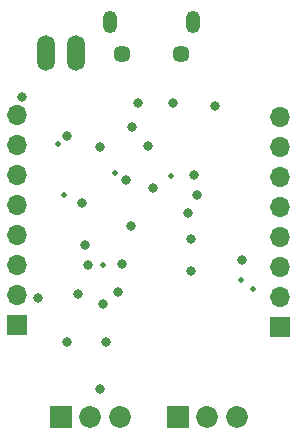
<source format=gbr>
G04 #@! TF.GenerationSoftware,KiCad,Pcbnew,(5.1.5)-3*
G04 #@! TF.CreationDate,2020-03-05T02:26:09+05:30*
G04 #@! TF.ProjectId,Pyrolight,5079726f-6c69-4676-9874-2e6b69636164,V1.0*
G04 #@! TF.SameCoordinates,Original*
G04 #@! TF.FileFunction,Soldermask,Bot*
G04 #@! TF.FilePolarity,Negative*
%FSLAX46Y46*%
G04 Gerber Fmt 4.6, Leading zero omitted, Abs format (unit mm)*
G04 Created by KiCad (PCBNEW (5.1.5)-3) date 2020-03-05 02:26:09*
%MOMM*%
%LPD*%
G04 APERTURE LIST*
%ADD10O,1.510000X3.010000*%
%ADD11C,1.450000*%
%ADD12O,1.200000X1.900000*%
%ADD13R,1.700000X1.700000*%
%ADD14O,1.700000X1.700000*%
%ADD15R,1.850000X1.850000*%
%ADD16C,1.850000*%
%ADD17C,0.800000*%
%ADD18C,0.500000*%
G04 APERTURE END LIST*
D10*
X147940000Y-80120000D03*
X145400000Y-80120000D03*
D11*
X156800000Y-80182500D03*
X151800000Y-80182500D03*
D12*
X157800000Y-77482500D03*
X150800000Y-77482500D03*
D13*
X165200000Y-103370000D03*
D14*
X165200000Y-100830000D03*
X165200000Y-98290000D03*
X165200000Y-95750000D03*
X165200000Y-93210000D03*
X165200000Y-90670000D03*
X165200000Y-88130000D03*
X165200000Y-85590000D03*
X142950000Y-85340000D03*
X142950000Y-87880000D03*
X142950000Y-90420000D03*
X142950000Y-92960000D03*
X142950000Y-95500000D03*
X142950000Y-98040000D03*
X142950000Y-100580000D03*
D13*
X142950000Y-103120000D03*
D15*
X156560000Y-110920000D03*
D16*
X159060000Y-110920000D03*
X161560000Y-110920000D03*
X151660000Y-110920000D03*
X149160000Y-110920000D03*
D15*
X146660000Y-110920000D03*
D17*
X150450000Y-104620000D03*
X152614347Y-94784347D03*
X148413797Y-92870000D03*
X161950000Y-97620000D03*
D18*
X151200000Y-90295000D03*
D17*
X151450000Y-100370000D03*
X157417849Y-93663000D03*
X158200000Y-92119990D03*
D18*
X146450000Y-87870000D03*
X150200000Y-98120000D03*
X161918413Y-99338413D03*
X155941911Y-90583948D03*
X146950000Y-92120000D03*
X162950000Y-100120000D03*
D17*
X159700000Y-84620000D03*
X149950000Y-88120000D03*
X157700000Y-95870000D03*
X157700000Y-98620000D03*
X153200000Y-84370000D03*
X151843018Y-98010757D03*
X150203811Y-101344108D03*
X157926082Y-90419988D03*
X152200000Y-90870000D03*
X154450000Y-91594990D03*
X148119381Y-100524683D03*
X144700000Y-100870000D03*
X149950000Y-108620000D03*
X148950000Y-98120000D03*
X147200000Y-104620000D03*
X148724990Y-96370000D03*
X143400001Y-83870000D03*
X147189349Y-87191058D03*
X152700000Y-86370000D03*
X154047653Y-87967653D03*
X156175000Y-84370000D03*
M02*

</source>
